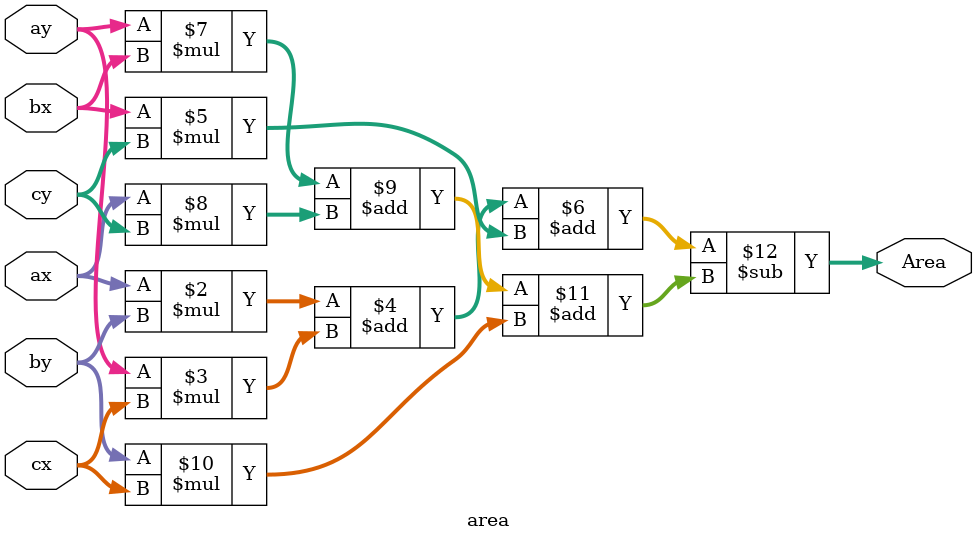
<source format=v>
module area(
   input [8:0] ax,
   input [8:0] bx,
   input [8:0] cx,
   input [8:0] ay,
   input [8:0] by,
   input [8:0] cy,
   output [8:0] Area
);

always @( ax or bx or cx or ay or by or cy ) begin
	Area = ((ax * by) + (ay * cx) + (bx * cy)) - ((ay * bx) + (ax * cy) + (by * cx));
end
// 

endmodule

</source>
